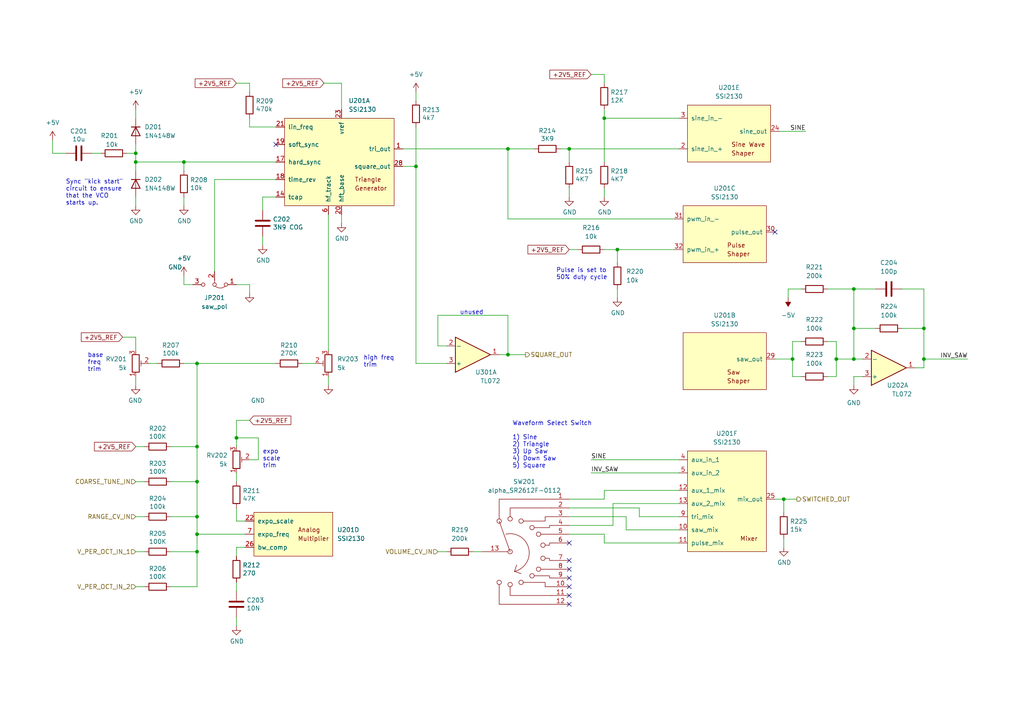
<source format=kicad_sch>
(kicad_sch (version 20211123) (generator eeschema)
  (paper "A4")
  (title_block (title "Josh Ox Ribbon Synth Mod Osc board") (date "2022-06-17") (rev "0") (comment 2 "creativecommons.org/licences/by/4.0") (comment 3 "license: CC by 4.0") (comment 4 "Author: Jordan Aceto"))
  (lib_symbols
    (symbol "Amplifier_Operational:TL072" (pin_names (offset 0.127))
      (property "Reference" "U" (at 0 5.08 0))
      (property "Value" "TL072" (at 0 -5.08 0))
      (symbol "TL072_1_1"
        (pin output line (at 7.62 0 180) (length 2.54) (name "~") (number "1"))
        (pin input line (at -7.62 -2.54 0) (length 2.54) (name "-") (number "2"))
        (pin input line (at -7.62 2.54 0) (length 2.54) (name "+") (number "3"))
      )
      (symbol "TL072_2_1"
        (pin input line (at -7.62 2.54 0) (length 2.54) (name "+") (number "5"))
        (pin input line (at -7.62 -2.54 0) (length 2.54) (name "-") (number "6"))
        (pin output line (at 7.62 0 180) (length 2.54) (name "~") (number "7"))
      )
      (symbol "TL072_3_1"
        (pin power_in line (at -2.54 -7.62 90) (length 3.81) (name "V-") (number "4"))
        (pin power_in line (at -2.54 7.62 270) (length 3.81) (name "V+") (number "8"))
      )
    )
    (symbol "Device:C" (pin_numbers hide) (pin_names (offset 0.254))
      (property "Reference" "C" (at 0.635 2.54 0))
      (property "Value" "C" (at 0.635 -2.54 0))
      (symbol "C_1_1"
        (pin passive line (at 0 3.81 270) (length 2.794) (name "~") (number "1"))
        (pin passive line (at 0 -3.81 90) (length 2.794) (name "~") (number "2"))
      )
    )
    (symbol "Device:R" (pin_numbers hide) (pin_names (offset 0))
      (property "Reference" "R" (at 2.032 0 90))
      (property "Value" "R" (at 0 0 90))
      (symbol "R_1_1"
        (pin passive line (at 0 3.81 270) (length 1.27) (name "~") (number "1"))
        (pin passive line (at 0 -3.81 90) (length 1.27) (name "~") (number "2"))
      )
    )
    (symbol "Device:R_Potentiometer_Trim" (pin_names (offset 1.016) hide)
      (property "Reference" "RV" (at -4.445 0 90))
      (property "Value" "R_Potentiometer_Trim" (at -2.54 0 90))
      (symbol "R_Potentiometer_Trim_1_1"
        (pin passive line (at 0 3.81 270) (length 1.27) (name "1") (number "1"))
        (pin passive line (at 3.81 0 180) (length 1.27) (name "2") (number "2"))
        (pin passive line (at 0 -3.81 90) (length 1.27) (name "3") (number "3"))
      )
    )
    (symbol "Diode:1N4148W" (pin_numbers hide) (pin_names (offset 1.016) hide)
      (property "Reference" "D" (at 0 2.54 0))
      (property "Value" "1N4148W" (at 0 -2.54 0))
      (symbol "1N4148W_1_1"
        (pin passive line (at -3.81 0 0) (length 2.54) (name "K") (number "1"))
        (pin passive line (at 3.81 0 180) (length 2.54) (name "A") (number "2"))
      )
    )
    (symbol "Jumper:Jumper_3_Bridged12" (pin_names (offset 0) hide)
      (property "Reference" "JP" (at -2.54 -2.54 0))
      (property "Value" "Jumper_3_Bridged12" (at 0 2.794 0))
      (symbol "Jumper_3_Bridged12_1_1"
        (pin passive line (at -6.35 0 0) (length 2.54) (name "A") (number "1"))
        (pin passive line (at 0 -3.81 90) (length 2.54) (name "C") (number "2"))
        (pin passive line (at 6.35 0 180) (length 2.54) (name "B") (number "3"))
      )
    )
    (symbol "SSI2130_1" (pin_names (offset 1.016))
      (property "Reference" "U1" (at 2.0194 16.51 0))
      (property "Value" "SSI2130_1" (at 2.0194 13.97 0))
      (symbol "SSI2130_1_1_0"
        (text "Generator" (at 3.81 -8.89 0) (effects (font (size 1.27 1.27)) (justify left)))
        (text "Triangle" (at 3.81 -6.35 0) (effects (font (size 1.27 1.27)) (justify left)))
      )
      (symbol "SSI2130_1_1_1"
        (pin output line (at 17.78 2.54 180) (length 2.54) (name "tri_out") (number "1"))
        (pin input line (at -19.05 -11.43 0) (length 2.54) (name "tcap") (number "14"))
        (pin input line (at -19.05 -1.27 0) (length 2.54) (name "hard_sync") (number "17"))
        (pin input line (at -19.05 -6.35 0) (length 2.54) (name "time_rev") (number "18"))
        (pin input line (at -19.05 3.81 0) (length 2.54) (name "soft_sync") (number "19"))
        (pin input line (at 0 -16.51 90) (length 2.54) (name "hft_base") (number "20"))
        (pin input line (at -19.05 8.89 0) (length 2.54) (name "lin_freq") (number "21"))
        (pin input line (at 0 13.97 270) (length 2.54) (name "vref") (number "23"))
        (pin output line (at 17.78 -2.54 180) (length 2.54) (name "square_out") (number "28"))
        (pin input line (at -3.81 -16.51 90) (length 2.54) (name "hf_track") (number "6"))
      )
      (symbol "SSI2130_1_2_1"
        (text "Saw" (at 1.27 -3.81 0) (effects (font (size 1.27 1.27)) (justify left)))
        (text "Shaper" (at 1.27 -6.35 0) (effects (font (size 1.27 1.27)) (justify left)))
        (pin output line (at 15.24 0 180) (length 2.54) (name "saw_out") (number "29"))
      )
      (symbol "SSI2130_1_3_1"
        (text "Pulse" (at 1.27 -3.81 0) (effects (font (size 1.27 1.27)) (justify left)))
        (text "Shaper" (at 1.27 -6.35 0) (effects (font (size 1.27 1.27)) (justify left)))
        (pin output line (at 15.24 0 180) (length 2.54) (name "pulse_out") (number "30"))
        (pin input line (at -13.97 3.81 0) (length 2.54) (name "pwm_in_-") (number "31"))
        (pin input line (at -13.97 -5.08 0) (length 2.54) (name "pwm_in_+") (number "32"))
      )
      (symbol "SSI2130_1_4_1"
        (text "Analog" (at 1.27 1.27 0) (effects (font (size 1.27 1.27)) (justify left)))
        (text "Multiplier" (at 1.27 -1.27 0) (effects (font (size 1.27 1.27)) (justify left)))
        (pin input line (at -13.97 3.81 0) (length 2.54) (name "expo_scale") (number "22"))
        (pin input line (at -13.97 -3.81 0) (length 2.54) (name "bw_comp") (number "26"))
        (pin input line (at -13.97 0 0) (length 2.54) (name "expo_freq") (number "7"))
      )
      (symbol "SSI2130_1_5_1"
        (text "Shaper" (at 1.27 -6.35 0) (effects (font (size 1.27 1.27)) (justify left)))
        (text "Sine Wave" (at 1.27 -3.81 0) (effects (font (size 1.27 1.27)) (justify left)))
        (pin input line (at -13.97 -5.08 0) (length 2.54) (name "sine_in_+") (number "2"))
        (pin output line (at 15.24 0 180) (length 2.54) (name "sine_out") (number "24"))
        (pin input line (at -13.97 3.81 0) (length 2.54) (name "sine_in_-") (number "3"))
      )
      (symbol "SSI2130_1_6_1"
        (text "Mixer" (at 3.81 -7.62 0) (effects (font (size 1.27 1.27)) (justify left)))
        (pin input line (at -13.97 -5.08 0) (length 2.54) (name "saw_mix") (number "10"))
        (pin input line (at -13.97 -8.89 0) (length 2.54) (name "pulse_mix") (number "11"))
        (pin input line (at -13.97 6.35 0) (length 2.54) (name "aux_1_mix") (number "12"))
        (pin input line (at -13.97 2.54 0) (length 2.54) (name "aux_2_mix") (number "13"))
        (pin output line (at 13.97 3.81 180) (length 2.54) (name "mix_out") (number "25"))
        (pin input line (at -13.97 15.24 0) (length 2.54) (name "aux_in_1") (number "4"))
        (pin input line (at -13.97 11.43 0) (length 2.54) (name "aux_in_2") (number "5"))
        (pin input line (at -13.97 -1.27 0) (length 2.54) (name "tri_mix") (number "9"))
      )
      (symbol "SSI2130_1_7_1"
        (text "Power" (at 1.27 0 0) (effects (font (size 1.27 1.27)) (justify left)))
        (pin power_in line (at -13.97 -1.27 0) (length 2.54) (name "dgnd") (number "15"))
        (pin power_in line (at -13.97 1.27 0) (length 2.54) (name "agnd") (number "16"))
        (pin power_in line (at -13.97 3.81 0) (length 2.54) (name "V+") (number "27"))
        (pin power_in line (at -13.97 -3.81 0) (length 2.54) (name "V-") (number "8"))
      )
    )
    (symbol "SSI2130_2" (pin_names (offset 1.016))
      (property "Reference" "U1" (at 2.0194 16.51 0))
      (property "Value" "SSI2130_2" (at 2.0194 13.97 0))
      (symbol "SSI2130_2_1_0"
        (text "Generator" (at 3.81 -8.89 0) (effects (font (size 1.27 1.27)) (justify left)))
        (text "Triangle" (at 3.81 -6.35 0) (effects (font (size 1.27 1.27)) (justify left)))
      )
      (symbol "SSI2130_2_1_1"
        (pin output line (at 17.78 2.54 180) (length 2.54) (name "tri_out") (number "1"))
        (pin input line (at -19.05 -11.43 0) (length 2.54) (name "tcap") (number "14"))
        (pin input line (at -19.05 -1.27 0) (length 2.54) (name "hard_sync") (number "17"))
        (pin input line (at -19.05 -6.35 0) (length 2.54) (name "time_rev") (number "18"))
        (pin input line (at -19.05 3.81 0) (length 2.54) (name "soft_sync") (number "19"))
        (pin input line (at 0 -16.51 90) (length 2.54) (name "hft_base") (number "20"))
        (pin input line (at -19.05 8.89 0) (length 2.54) (name "lin_freq") (number "21"))
        (pin input line (at 0 13.97 270) (length 2.54) (name "vref") (number "23"))
        (pin output line (at 17.78 -2.54 180) (length 2.54) (name "square_out") (number "28"))
        (pin input line (at -3.81 -16.51 90) (length 2.54) (name "hf_track") (number "6"))
      )
      (symbol "SSI2130_2_2_1"
        (text "Saw" (at 1.27 -3.81 0) (effects (font (size 1.27 1.27)) (justify left)))
        (text "Shaper" (at 1.27 -6.35 0) (effects (font (size 1.27 1.27)) (justify left)))
        (pin output line (at 15.24 0 180) (length 2.54) (name "saw_out") (number "29"))
      )
      (symbol "SSI2130_2_3_1"
        (text "Pulse" (at 1.27 -3.81 0) (effects (font (size 1.27 1.27)) (justify left)))
        (text "Shaper" (at 1.27 -6.35 0) (effects (font (size 1.27 1.27)) (justify left)))
        (pin output line (at 15.24 0 180) (length 2.54) (name "pulse_out") (number "30"))
        (pin input line (at -13.97 3.81 0) (length 2.54) (name "pwm_in_-") (number "31"))
        (pin input line (at -13.97 -5.08 0) (length 2.54) (name "pwm_in_+") (number "32"))
      )
      (symbol "SSI2130_2_4_1"
        (text "Analog" (at 1.27 1.27 0) (effects (font (size 1.27 1.27)) (justify left)))
        (text "Multiplier" (at 1.27 -1.27 0) (effects (font (size 1.27 1.27)) (justify left)))
        (pin input line (at -13.97 3.81 0) (length 2.54) (name "expo_scale") (number "22"))
        (pin input line (at -13.97 -3.81 0) (length 2.54) (name "bw_comp") (number "26"))
        (pin input line (at -13.97 0 0) (length 2.54) (name "expo_freq") (number "7"))
      )
      (symbol "SSI2130_2_5_1"
        (text "Shaper" (at 1.27 -6.35 0) (effects (font (size 1.27 1.27)) (justify left)))
        (text "Sine Wave" (at 1.27 -3.81 0) (effects (font (size 1.27 1.27)) (justify left)))
        (pin input line (at -13.97 -5.08 0) (length 2.54) (name "sine_in_+") (number "2"))
        (pin output line (at 15.24 0 180) (length 2.54) (name "sine_out") (number "24"))
        (pin input line (at -13.97 3.81 0) (length 2.54) (name "sine_in_-") (number "3"))
      )
      (symbol "SSI2130_2_6_1"
        (text "Mixer" (at 3.81 -7.62 0) (effects (font (size 1.27 1.27)) (justify left)))
        (pin input line (at -13.97 -5.08 0) (length 2.54) (name "saw_mix") (number "10"))
        (pin input line (at -13.97 -8.89 0) (length 2.54) (name "pulse_mix") (number "11"))
        (pin input line (at -13.97 6.35 0) (length 2.54) (name "aux_1_mix") (number "12"))
        (pin input line (at -13.97 2.54 0) (length 2.54) (name "aux_2_mix") (number "13"))
        (pin output line (at 13.97 3.81 180) (length 2.54) (name "mix_out") (number "25"))
        (pin input line (at -13.97 15.24 0) (length 2.54) (name "aux_in_1") (number "4"))
        (pin input line (at -13.97 11.43 0) (length 2.54) (name "aux_in_2") (number "5"))
        (pin input line (at -13.97 -1.27 0) (length 2.54) (name "tri_mix") (number "9"))
      )
      (symbol "SSI2130_2_7_1"
        (text "Power" (at 1.27 0 0) (effects (font (size 1.27 1.27)) (justify left)))
        (pin power_in line (at -13.97 -1.27 0) (length 2.54) (name "dgnd") (number "15"))
        (pin power_in line (at -13.97 1.27 0) (length 2.54) (name "agnd") (number "16"))
        (pin power_in line (at -13.97 3.81 0) (length 2.54) (name "V+") (number "27"))
        (pin power_in line (at -13.97 -3.81 0) (length 2.54) (name "V-") (number "8"))
      )
    )
    (symbol "SSI2130_3" (pin_names (offset 1.016))
      (property "Reference" "U1" (at 2.0194 16.51 0))
      (property "Value" "SSI2130_3" (at 2.0194 13.97 0))
      (symbol "SSI2130_3_1_0"
        (text "Generator" (at 3.81 -8.89 0) (effects (font (size 1.27 1.27)) (justify left)))
        (text "Triangle" (at 3.81 -6.35 0) (effects (font (size 1.27 1.27)) (justify left)))
      )
      (symbol "SSI2130_3_1_1"
        (pin output line (at 17.78 2.54 180) (length 2.54) (name "tri_out") (number "1"))
        (pin input line (at -19.05 -11.43 0) (length 2.54) (name "tcap") (number "14"))
        (pin input line (at -19.05 -1.27 0) (length 2.54) (name "hard_sync") (number "17"))
        (pin input line (at -19.05 -6.35 0) (length 2.54) (name "time_rev") (number "18"))
        (pin input line (at -19.05 3.81 0) (length 2.54) (name "soft_sync") (number "19"))
        (pin input line (at 0 -16.51 90) (length 2.54) (name "hft_base") (number "20"))
        (pin input line (at -19.05 8.89 0) (length 2.54) (name "lin_freq") (number "21"))
        (pin input line (at 0 13.97 270) (length 2.54) (name "vref") (number "23"))
        (pin output line (at 17.78 -2.54 180) (length 2.54) (name "square_out") (number "28"))
        (pin input line (at -3.81 -16.51 90) (length 2.54) (name "hf_track") (number "6"))
      )
      (symbol "SSI2130_3_2_1"
        (text "Saw" (at 1.27 -3.81 0) (effects (font (size 1.27 1.27)) (justify left)))
        (text "Shaper" (at 1.27 -6.35 0) (effects (font (size 1.27 1.27)) (justify left)))
        (pin output line (at 15.24 0 180) (length 2.54) (name "saw_out") (number "29"))
      )
      (symbol "SSI2130_3_3_1"
        (text "Pulse" (at 1.27 -3.81 0) (effects (font (size 1.27 1.27)) (justify left)))
        (text "Shaper" (at 1.27 -6.35 0) (effects (font (size 1.27 1.27)) (justify left)))
        (pin output line (at 15.24 0 180) (length 2.54) (name "pulse_out") (number "30"))
        (pin input line (at -13.97 3.81 0) (length 2.54) (name "pwm_in_-") (number "31"))
        (pin input line (at -13.97 -5.08 0) (length 2.54) (name "pwm_in_+") (number "32"))
      )
      (symbol "SSI2130_3_4_1"
        (text "Analog" (at 1.27 1.27 0) (effects (font (size 1.27 1.27)) (justify left)))
        (text "Multiplier" (at 1.27 -1.27 0) (effects (font (size 1.27 1.27)) (justify left)))
        (pin input line (at -13.97 3.81 0) (length 2.54) (name "expo_scale") (number "22"))
        (pin input line (at -13.97 -3.81 0) (length 2.54) (name "bw_comp") (number "26"))
        (pin input line (at -13.97 0 0) (length 2.54) (name "expo_freq") (number "7"))
      )
      (symbol "SSI2130_3_5_1"
        (text "Shaper" (at 1.27 -6.35 0) (effects (font (size 1.27 1.27)) (justify left)))
        (text "Sine Wave" (at 1.27 -3.81 0) (effects (font (size 1.27 1.27)) (justify left)))
        (pin input line (at -13.97 -5.08 0) (length 2.54) (name "sine_in_+") (number "2"))
        (pin output line (at 15.24 0 180) (length 2.54) (name "sine_out") (number "24"))
        (pin input line (at -13.97 3.81 0) (length 2.54) (name "sine_in_-") (number "3"))
      )
      (symbol "SSI2130_3_6_1"
        (text "Mixer" (at 3.81 -7.62 0) (effects (font (size 1.27 1.27)) (justify left)))
        (pin input line (at -13.97 -5.08 0) (length 2.54) (name "saw_mix") (number "10"))
        (pin input line (at -13.97 -8.89 0) (length 2.54) (name "pulse_mix") (number "11"))
        (pin input line (at -13.97 6.35 0) (length 2.54) (name "aux_1_mix") (number "12"))
        (pin input line (at -13.97 2.54 0) (length 2.54) (name "aux_2_mix") (number "13"))
        (pin output line (at 13.97 3.81 180) (length 2.54) (name "mix_out") (number "25"))
        (pin input line (at -13.97 15.24 0) (length 2.54) (name "aux_in_1") (number "4"))
        (pin input line (at -13.97 11.43 0) (length 2.54) (name "aux_in_2") (number "5"))
        (pin input line (at -13.97 -1.27 0) (length 2.54) (name "tri_mix") (number "9"))
      )
      (symbol "SSI2130_3_7_1"
        (text "Power" (at 1.27 0 0) (effects (font (size 1.27 1.27)) (justify left)))
        (pin power_in line (at -13.97 -1.27 0) (length 2.54) (name "dgnd") (number "15"))
        (pin power_in line (at -13.97 1.27 0) (length 2.54) (name "agnd") (number "16"))
        (pin power_in line (at -13.97 3.81 0) (length 2.54) (name "V+") (number "27"))
        (pin power_in line (at -13.97 -3.81 0) (length 2.54) (name "V-") (number "8"))
      )
    )
    (symbol "SSI2130_4" (pin_names (offset 1.016))
      (property "Reference" "U1" (at 2.0194 16.51 0))
      (property "Value" "SSI2130_4" (at 2.0194 13.97 0))
      (symbol "SSI2130_4_1_0"
        (text "Generator" (at 3.81 -8.89 0) (effects (font (size 1.27 1.27)) (justify left)))
        (text "Triangle" (at 3.81 -6.35 0) (effects (font (size 1.27 1.27)) (justify left)))
      )
      (symbol "SSI2130_4_1_1"
        (pin output line (at 17.78 2.54 180) (length 2.54) (name "tri_out") (number "1"))
        (pin input line (at -19.05 -11.43 0) (length 2.54) (name "tcap") (number "14"))
        (pin input line (at -19.05 -1.27 0) (length 2.54) (name "hard_sync") (number "17"))
        (pin input line (at -19.05 -6.35 0) (length 2.54) (name "time_rev") (number "18"))
        (pin input line (at -19.05 3.81 0) (length 2.54) (name "soft_sync") (number "19"))
        (pin input line (at 0 -16.51 90) (length 2.54) (name "hft_base") (number "20"))
        (pin input line (at -19.05 8.89 0) (length 2.54) (name "lin_freq") (number "21"))
        (pin input line (at 0 13.97 270) (length 2.54) (name "vref") (number "23"))
        (pin output line (at 17.78 -2.54 180) (length 2.54) (name "square_out") (number "28"))
        (pin input line (at -3.81 -16.51 90) (length 2.54) (name "hf_track") (number "6"))
      )
      (symbol "SSI2130_4_2_1"
        (text "Saw" (at 1.27 -3.81 0) (effects (font (size 1.27 1.27)) (justify left)))
        (text "Shaper" (at 1.27 -6.35 0) (effects (font (size 1.27 1.27)) (justify left)))
        (pin output line (at 15.24 0 180) (length 2.54) (name "saw_out") (number "29"))
      )
      (symbol "SSI2130_4_3_1"
        (text "Pulse" (at 1.27 -3.81 0) (effects (font (size 1.27 1.27)) (justify left)))
        (text "Shaper" (at 1.27 -6.35 0) (effects (font (size 1.27 1.27)) (justify left)))
        (pin output line (at 15.24 0 180) (length 2.54) (name "pulse_out") (number "30"))
        (pin input line (at -13.97 3.81 0) (length 2.54) (name "pwm_in_-") (number "31"))
        (pin input line (at -13.97 -5.08 0) (length 2.54) (name "pwm_in_+") (number "32"))
      )
      (symbol "SSI2130_4_4_1"
        (text "Analog" (at 1.27 1.27 0) (effects (font (size 1.27 1.27)) (justify left)))
        (text "Multiplier" (at 1.27 -1.27 0) (effects (font (size 1.27 1.27)) (justify left)))
        (pin input line (at -13.97 3.81 0) (length 2.54) (name "expo_scale") (number "22"))
        (pin input line (at -13.97 -3.81 0) (length 2.54) (name "bw_comp") (number "26"))
        (pin input line (at -13.97 0 0) (length 2.54) (name "expo_freq") (number "7"))
      )
      (symbol "SSI2130_4_5_1"
        (text "Shaper" (at 1.27 -6.35 0) (effects (font (size 1.27 1.27)) (justify left)))
        (text "Sine Wave" (at 1.27 -3.81 0) (effects (font (size 1.27 1.27)) (justify left)))
        (pin input line (at -13.97 -5.08 0) (length 2.54) (name "sine_in_+") (number "2"))
        (pin output line (at 15.24 0 180) (length 2.54) (name "sine_out") (number "24"))
        (pin input line (at -13.97 3.81 0) (length 2.54) (name "sine_in_-") (number "3"))
      )
      (symbol "SSI2130_4_6_1"
        (text "Mixer" (at 3.81 -7.62 0) (effects (font (size 1.27 1.27)) (justify left)))
        (pin input line (at -13.97 -5.08 0) (length 2.54) (name "saw_mix") (number "10"))
        (pin input line (at -13.97 -8.89 0) (length 2.54) (name "pulse_mix") (number "11"))
        (pin input line (at -13.97 6.35 0) (length 2.54) (name "aux_1_mix") (number "12"))
        (pin input line (at -13.97 2.54 0) (length 2.54) (name "aux_2_mix") (number "13"))
        (pin output line (at 13.97 3.81 180) (length 2.54) (name "mix_out") (number "25"))
        (pin input line (at -13.97 15.24 0) (length 2.54) (name "aux_in_1") (number "4"))
        (pin input line (at -13.97 11.43 0) (length 2.54) (name "aux_in_2") (number "5"))
        (pin input line (at -13.97 -1.27 0) (length 2.54) (name "tri_mix") (number "9"))
      )
      (symbol "SSI2130_4_7_1"
        (text "Power" (at 1.27 0 0) (effects (font (size 1.27 1.27)) (justify left)))
        (pin power_in line (at -13.97 -1.27 0) (length 2.54) (name "dgnd") (number "15"))
        (pin power_in line (at -13.97 1.27 0) (length 2.54) (name "agnd") (number "16"))
        (pin power_in line (at -13.97 3.81 0) (length 2.54) (name "V+") (number "27"))
        (pin power_in line (at -13.97 -3.81 0) (length 2.54) (name "V-") (number "8"))
      )
    )
    (symbol "SSI2130_5" (pin_names (offset 1.016))
      (property "Reference" "U1" (at 2.0194 16.51 0))
      (property "Value" "SSI2130_5" (at 2.0194 13.97 0))
      (symbol "SSI2130_5_1_0"
        (text "Generator" (at 3.81 -8.89 0) (effects (font (size 1.27 1.27)) (justify left)))
        (text "Triangle" (at 3.81 -6.35 0) (effects (font (size 1.27 1.27)) (justify left)))
      )
      (symbol "SSI2130_5_1_1"
        (pin output line (at 17.78 2.54 180) (length 2.54) (name "tri_out") (number "1"))
        (pin input line (at -19.05 -11.43 0) (length 2.54) (name "tcap") (number "14"))
        (pin input line (at -19.05 -1.27 0) (length 2.54) (name "hard_sync") (number "17"))
        (pin input line (at -19.05 -6.35 0) (length 2.54) (name "time_rev") (number "18"))
        (pin input line (at -19.05 3.81 0) (length 2.54) (name "soft_sync") (number "19"))
        (pin input line (at 0 -16.51 90) (length 2.54) (name "hft_base") (number "20"))
        (pin input line (at -19.05 8.89 0) (length 2.54) (name "lin_freq") (number "21"))
        (pin input line (at 0 13.97 270) (length 2.54) (name "vref") (number "23"))
        (pin output line (at 17.78 -2.54 180) (length 2.54) (name "square_out") (number "28"))
        (pin input line (at -3.81 -16.51 90) (length 2.54) (name "hf_track") (number "6"))
      )
      (symbol "SSI2130_5_2_1"
        (text "Saw" (at 1.27 -3.81 0) (effects (font (size 1.27 1.27)) (justify left)))
        (text "Shaper" (at 1.27 -6.35 0) (effects (font (size 1.27 1.27)) (justify left)))
        (pin output line (at 15.24 0 180) (length 2.54) (name "saw_out") (number "29"))
      )
      (symbol "SSI2130_5_3_1"
        (text "Pulse" (at 1.27 -3.81 0) (effects (font (size 1.27 1.27)) (justify left)))
        (text "Shaper" (at 1.27 -6.35 0) (effects (font (size 1.27 1.27)) (justify left)))
        (pin output line (at 15.24 0 180) (length 2.54) (name "pulse_out") (number "30"))
        (pin input line (at -13.97 3.81 0) (length 2.54) (name "pwm_in_-") (number "31"))
        (pin input line (at -13.97 -5.08 0) (length 2.54) (name "pwm_in_+") (number "32"))
      )
      (symbol "SSI2130_5_4_1"
        (text "Analog" (at 1.27 1.27 0) (effects (font (size 1.27 1.27)) (justify left)))
        (text "Multiplier" (at 1.27 -1.27 0) (effects (font (size 1.27 1.27)) (justify left)))
        (pin input line (at -13.97 3.81 0) (length 2.54) (name "expo_scale") (number "22"))
        (pin input line (at -13.97 -3.81 0) (length 2.54) (name "bw_comp") (number "26"))
        (pin input line (at -13.97 0 0) (length 2.54) (name "expo_freq") (number "7"))
      )
      (symbol "SSI2130_5_5_1"
        (text "Shaper" (at 1.27 -6.35 0) (effects (font (size 1.27 1.27)) (justify left)))
        (text "Sine Wave" (at 1.27 -3.81 0) (effects (font (size 1.27 1.27)) (justify left)))
        (pin input line (at -13.97 -5.08 0) (length 2.54) (name "sine_in_+") (number "2"))
        (pin output line (at 15.24 0 180) (length 2.54) (name "sine_out") (number "24"))
        (pin input line (at -13.97 3.81 0) (length 2.54) (name "sine_in_-") (number "3"))
      )
      (symbol "SSI2130_5_6_1"
        (text "Mixer" (at 3.81 -7.62 0) (effects (font (size 1.27 1.27)) (justify left)))
        (pin input line (at -13.97 -5.08 0) (length 2.54) (name "saw_mix") (number "10"))
        (pin input line (at -13.97 -8.89 0) (length 2.54) (name "pulse_mix") (number "11"))
        (pin input line (at -13.97 6.35 0) (length 2.54) (name "aux_1_mix") (number "12"))
        (pin input line (at -13.97 2.54 0) (length 2.54) (name "aux_2_mix") (number "13"))
        (pin output line (at 13.97 3.81 180) (length 2.54) (name "mix_out") (number "25"))
        (pin input line (at -13.97 15.24 0) (length 2.54) (name "aux_in_1") (number "4"))
        (pin input line (at -13.97 11.43 0) (length 2.54) (name "aux_in_2") (number "5"))
        (pin input line (at -13.97 -1.27 0) (length 2.54) (name "tri_mix") (number "9"))
      )
      (symbol "SSI2130_5_7_1"
        (text "Power" (at 1.27 0 0) (effects (font (size 1.27 1.27)) (justify left)))
        (pin power_in line (at -13.97 -1.27 0) (length 2.54) (name "dgnd") (number "15"))
        (pin power_in line (at -13.97 1.27 0) (length 2.54) (name "agnd") (number "16"))
        (pin power_in line (at -13.97 3.81 0) (length 2.54) (name "V+") (number "27"))
        (pin power_in line (at -13.97 -3.81 0) (length 2.54) (name "V-") (number "8"))
      )
    )
    (symbol "custom_symbols:SSI2130" (pin_names (offset 1.016))
      (property "Reference" "U1" (at 2.0194 16.51 0))
      (property "Value" "SSI2130" (at 2.0194 13.97 0))
      (symbol "SSI2130_1_0"
        (text "Generator" (at 3.81 -8.89 0) (effects (font (size 1.27 1.27)) (justify left)))
        (text "Triangle" (at 3.81 -6.35 0) (effects (font (size 1.27 1.27)) (justify left)))
      )
      (symbol "SSI2130_1_1"
        (pin output line (at 17.78 2.54 180) (length 2.54) (name "tri_out") (number "1"))
        (pin input line (at -19.05 -11.43 0) (length 2.54) (name "tcap") (number "14"))
        (pin input line (at -19.05 -1.27 0) (length 2.54) (name "hard_sync") (number "17"))
        (pin input line (at -19.05 -6.35 0) (length 2.54) (name "time_rev") (number "18"))
        (pin input line (at -19.05 3.81 0) (length 2.54) (name "soft_sync") (number "19"))
        (pin input line (at 0 -16.51 90) (length 2.54) (name "hft_base") (number "20"))
        (pin input line (at -19.05 8.89 0) (length 2.54) (name "lin_freq") (number "21"))
        (pin input line (at 0 13.97 270) (length 2.54) (name "vref") (number "23"))
        (pin output line (at 17.78 -2.54 180) (length 2.54) (name "square_out") (number "28"))
        (pin input line (at -3.81 -16.51 90) (length 2.54) (name "hf_track") (number "6"))
      )
      (symbol "SSI2130_2_1"
        (text "Saw" (at 1.27 -3.81 0) (effects (font (size 1.27 1.27)) (justify left)))
        (text "Shaper" (at 1.27 -6.35 0) (effects (font (size 1.27 1.27)) (justify left)))
        (pin output line (at 15.24 0 180) (length 2.54) (name "saw_out") (number "29"))
      )
      (symbol "SSI2130_3_1"
        (text "Pulse" (at 1.27 -3.81 0) (effects (font (size 1.27 1.27)) (justify left)))
        (text "Shaper" (at 1.27 -6.35 0) (effects (font (size 1.27 1.27)) (justify left)))
        (pin output line (at 15.24 0 180) (length 2.54) (name "pulse_out") (number "30"))
        (pin input line (at -13.97 3.81 0) (length 2.54) (name "pwm_in_-") (number "31"))
        (pin input line (at -13.97 -5.08 0) (length 2.54) (name "pwm_in_+") (number "32"))
      )
      (symbol "SSI2130_4_1"
        (text "Analog" (at 1.27 1.27 0) (effects (font (size 1.27 1.27)) (justify left)))
        (text "Multiplier" (at 1.27 -1.27 0) (effects (font (size 1.27 1.27)) (justify left)))
        (pin input line (at -13.97 3.81 0) (length 2.54) (name "expo_scale") (number "22"))
        (pin input line (at -13.97 -3.81 0) (length 2.54) (name "bw_comp") (number "26"))
        (pin input line (at -13.97 0 0) (length 2.54) (name "expo_freq") (number "7"))
      )
      (symbol "SSI2130_5_1"
        (text "Shaper" (at 1.27 -6.35 0) (effects (font (size 1.27 1.27)) (justify left)))
        (text "Sine Wave" (at 1.27 -3.81 0) (effects (font (size 1.27 1.27)) (justify left)))
        (pin input line (at -13.97 -5.08 0) (length 2.54) (name "sine_in_+") (number "2"))
        (pin output line (at 15.24 0 180) (length 2.54) (name "sine_out") (number "24"))
        (pin input line (at -13.97 3.81 0) (length 2.54) (name "sine_in_-") (number "3"))
      )
      (symbol "SSI2130_6_1"
        (text "Mixer" (at 3.81 -7.62 0) (effects (font (size 1.27 1.27)) (justify left)))
        (pin input line (at -13.97 -5.08 0) (length 2.54) (name "saw_mix") (number "10"))
        (pin input line (at -13.97 -8.89 0) (length 2.54) (name "pulse_mix") (number "11"))
        (pin input line (at -13.97 6.35 0) (length 2.54) (name "aux_1_mix") (number "12"))
        (pin input line (at -13.97 2.54 0) (length 2.54) (name "aux_2_mix") (number "13"))
        (pin output line (at 13.97 3.81 180) (length 2.54) (name "mix_out") (number "25"))
        (pin input line (at -13.97 15.24 0) (length 2.54) (name "aux_in_1") (number "4"))
        (pin input line (at -13.97 11.43 0) (length 2.54) (name "aux_in_2") (number "5"))
        (pin input line (at -13.97 -1.27 0) (length 2.54) (name "tri_mix") (number "9"))
      )
      (symbol "SSI2130_7_1"
        (text "Power" (at 1.27 0 0) (effects (font (size 1.27 1.27)) (justify left)))
        (pin power_in line (at -13.97 -1.27 0) (length 2.54) (name "dgnd") (number "15"))
        (pin power_in line (at -13.97 1.27 0) (length 2.54) (name "agnd") (number "16"))
        (pin power_in line (at -13.97 3.81 0) (length 2.54) (name "V+") (number "27"))
        (pin power_in line (at -13.97 -3.81 0) (length 2.54) (name "V-") (number "8"))
      )
    )
    (symbol "custom_symbols:alpha_SR2612F-0112" (pin_names (offset 1.016) hide)
      (property "Reference" "SW1" (at 2.54 19.8374 0))
      (property "Value" "alpha_SR2612F-0112" (at 2.54 17.526 0))
      (symbol "alpha_SR2612F-0112_0_1"
        (pin passive line (at 10.16 15.24 180) (length 5.08) (name "1") (number "1"))
        (pin passive line (at 10.16 -10.16 180) (length 5.08) (name "10") (number "10"))
        (pin passive line (at 10.16 -12.7 180) (length 5.08) (name "11") (number "11"))
        (pin passive line (at 10.16 -15.24 180) (length 5.08) (name "12") (number "12"))
        (pin passive line (at -15.24 0 0) (length 7.62) (name "13") (number "13"))
        (pin passive line (at 10.16 12.7 180) (length 5.08) (name "2") (number "2"))
        (pin passive line (at 10.16 10.16 180) (length 5.08) (name "3") (number "3"))
        (pin passive line (at 10.16 7.62 180) (length 5.08) (name "4") (number "4"))
        (pin passive line (at 10.16 5.08 180) (length 5.08) (name "5") (number "5"))
        (pin passive line (at 10.16 2.54 180) (length 5.08) (name "6") (number "6"))
        (pin passive line (at 10.16 -2.54 180) (length 5.08) (name "7") (number "7"))
        (pin passive line (at 10.16 -5.08 180) (length 5.08) (name "8") (number "8"))
        (pin passive line (at 10.16 -7.62 180) (length 5.08) (name "9") (number "9"))
      )
    )
    (symbol "power:+5V" (power) (pin_names (offset 0))
      (property "Value" "+5V" (at 0 3.556 0))
      (symbol "+5V_1_1"
        (pin power_in line (at 0 0 90) (length 0) hide (name "+5V") (number "1"))
      )
    )
    (symbol "power:-5V" (power) (pin_names (offset 0))
      (property "Value" "-5V" (at 0 3.81 0))
      (symbol "-5V_0_0"
        (pin power_in line (at 0 0 90) (length 0) hide (name "-5V") (number "1"))
      )
    )
    (symbol "power:GND" (power) (pin_names (offset 0))
      (property "Value" "GND" (at 0 -3.81 0))
      (symbol "GND_1_1"
        (pin power_in line (at 0 0 270) (length 0) hide (name "GND") (number "1"))
      )
    )
  )
  (junction (at 247.65 104.14))
  (junction (at 229.87 104.14))
  (junction (at 165.1 43.18))
  (junction (at 57.15 154.94))
  (junction (at 147.32 102.87))
  (junction (at 57.15 139.7))
  (junction (at 179.07 72.39))
  (junction (at 39.37 44.45))
  (junction (at 57.15 105.41))
  (junction (at 57.15 160.02))
  (junction (at 227.33 144.78))
  (junction (at 68.58 127))
  (junction (at 242.57 104.14))
  (junction (at 120.65 48.26))
  (junction (at 57.15 149.86))
  (junction (at 267.97 104.14))
  (junction (at 53.34 46.99))
  (junction (at 147.32 43.18))
  (junction (at 267.97 95.25))
  (junction (at 175.26 34.29))
  (junction (at 247.65 95.25))
  (junction (at 57.15 129.54))
  (junction (at 247.65 83.82))
  (junction (at 39.37 46.99))
  (no_connect (at 165.1 170.18))
  (no_connect (at 165.1 172.72))
  (no_connect (at 165.1 175.26))
  (no_connect (at 165.1 167.64))
  (no_connect (at 165.1 157.48))
  (no_connect (at 165.1 162.56))
  (no_connect (at 165.1 165.1))
  (no_connect (at 80.01 41.91))
  (no_connect (at 224.79 67.31))
  (wire (pts (xy 175.26 34.29) (xy 175.26 31.75)))
  (wire (pts (xy 196.85 142.24) (xy 175.26 142.24)))
  (wire (pts (xy 224.79 104.14) (xy 229.87 104.14)))
  (wire (pts (xy 116.84 43.18) (xy 147.32 43.18)))
  (wire (pts (xy 95.25 111.76) (xy 95.25 109.22)))
  (wire (pts (xy 224.79 144.78) (xy 227.33 144.78)))
  (wire (pts (xy 35.56 97.79) (xy 39.37 97.79)))
  (wire (pts (xy 165.1 46.99) (xy 165.1 43.18)))
  (wire (pts (xy 226.06 38.1) (xy 233.68 38.1)))
  (wire (pts (xy 68.58 171.45) (xy 68.58 168.91)))
  (wire (pts (xy 74.93 127) (xy 68.58 127)))
  (wire (pts (xy 57.15 129.54) (xy 57.15 139.7)))
  (wire (pts (xy 76.2 60.96) (xy 76.2 57.15)))
  (wire (pts (xy 49.53 170.18) (xy 57.15 170.18)))
  (wire (pts (xy 228.6 83.82) (xy 228.6 86.36)))
  (wire (pts (xy 95.25 62.23) (xy 95.25 101.6)))
  (wire (pts (xy 171.45 21.59) (xy 175.26 21.59)))
  (wire (pts (xy 39.37 31.75) (xy 39.37 34.29)))
  (wire (pts (xy 127 160.02) (xy 129.54 160.02)))
  (wire (pts (xy 162.56 43.18) (xy 165.1 43.18)))
  (wire (pts (xy 72.39 121.92) (xy 68.58 121.92)))
  (wire (pts (xy 116.84 48.26) (xy 120.65 48.26)))
  (wire (pts (xy 242.57 99.06) (xy 242.57 104.14)))
  (wire (pts (xy 179.07 83.82) (xy 179.07 86.36)))
  (wire (pts (xy 53.34 46.99) (xy 53.34 49.53)))
  (wire (pts (xy 227.33 156.21) (xy 227.33 158.75)))
  (wire (pts (xy 147.32 91.44) (xy 127 91.44)))
  (wire (pts (xy 39.37 46.99) (xy 39.37 49.53)))
  (wire (pts (xy 144.78 102.87) (xy 147.32 102.87)))
  (wire (pts (xy 57.15 139.7) (xy 57.15 149.86)))
  (wire (pts (xy 267.97 104.14) (xy 267.97 106.68)))
  (wire (pts (xy 267.97 106.68) (xy 265.43 106.68)))
  (wire (pts (xy 91.44 105.41) (xy 87.63 105.41)))
  (wire (pts (xy 196.85 149.86) (xy 185.42 149.86)))
  (wire (pts (xy 74.93 133.35) (xy 74.93 127)))
  (wire (pts (xy 242.57 104.14) (xy 247.65 104.14)))
  (wire (pts (xy 57.15 160.02) (xy 57.15 154.94)))
  (wire (pts (xy 229.87 109.22) (xy 229.87 104.14)))
  (wire (pts (xy 247.65 83.82) (xy 247.65 95.25)))
  (wire (pts (xy 19.05 44.45) (xy 15.24 44.45)))
  (wire (pts (xy 147.32 102.87) (xy 152.4 102.87)))
  (wire (pts (xy 120.65 29.21) (xy 120.65 26.67)))
  (wire (pts (xy 72.39 36.83) (xy 72.39 34.29)))
  (wire (pts (xy 171.45 137.16) (xy 196.85 137.16)))
  (wire (pts (xy 68.58 147.32) (xy 68.58 151.13)))
  (wire (pts (xy 57.15 105.41) (xy 57.15 129.54)))
  (wire (pts (xy 175.26 72.39) (xy 179.07 72.39)))
  (wire (pts (xy 261.62 95.25) (xy 267.97 95.25)))
  (wire (pts (xy 57.15 139.7) (xy 49.53 139.7)))
  (wire (pts (xy 39.37 59.69) (xy 39.37 57.15)))
  (wire (pts (xy 15.24 44.45) (xy 15.24 40.64)))
  (wire (pts (xy 72.39 133.35) (xy 74.93 133.35)))
  (wire (pts (xy 99.06 24.13) (xy 93.98 24.13)))
  (wire (pts (xy 120.65 105.41) (xy 129.54 105.41)))
  (wire (pts (xy 185.42 147.32) (xy 165.1 147.32)))
  (wire (pts (xy 242.57 109.22) (xy 240.03 109.22)))
  (wire (pts (xy 129.54 100.33) (xy 127 100.33)))
  (wire (pts (xy 68.58 121.92) (xy 68.58 127)))
  (wire (pts (xy 247.65 104.14) (xy 247.65 95.25)))
  (wire (pts (xy 39.37 129.54) (xy 41.91 129.54)))
  (wire (pts (xy 53.34 105.41) (xy 57.15 105.41)))
  (wire (pts (xy 62.23 78.74) (xy 62.23 52.07)))
  (wire (pts (xy 36.83 44.45) (xy 39.37 44.45)))
  (wire (pts (xy 72.39 26.67) (xy 72.39 24.13)))
  (wire (pts (xy 120.65 48.26) (xy 120.65 105.41)))
  (wire (pts (xy 57.15 105.41) (xy 80.01 105.41)))
  (wire (pts (xy 39.37 149.86) (xy 41.91 149.86)))
  (wire (pts (xy 68.58 82.55) (xy 72.39 82.55)))
  (wire (pts (xy 229.87 104.14) (xy 229.87 99.06)))
  (wire (pts (xy 76.2 57.15) (xy 80.01 57.15)))
  (wire (pts (xy 175.26 144.78) (xy 165.1 144.78)))
  (wire (pts (xy 53.34 46.99) (xy 80.01 46.99)))
  (wire (pts (xy 57.15 149.86) (xy 49.53 149.86)))
  (wire (pts (xy 267.97 95.25) (xy 267.97 104.14)))
  (wire (pts (xy 68.58 161.29) (xy 68.58 158.75)))
  (wire (pts (xy 267.97 95.25) (xy 267.97 83.82)))
  (wire (pts (xy 71.12 154.94) (xy 57.15 154.94)))
  (wire (pts (xy 53.34 82.55) (xy 55.88 82.55)))
  (wire (pts (xy 165.1 54.61) (xy 165.1 57.15)))
  (wire (pts (xy 39.37 41.91) (xy 39.37 44.45)))
  (wire (pts (xy 39.37 44.45) (xy 39.37 46.99)))
  (wire (pts (xy 53.34 80.01) (xy 53.34 82.55)))
  (wire (pts (xy 165.1 72.39) (xy 167.64 72.39)))
  (wire (pts (xy 57.15 129.54) (xy 49.53 129.54)))
  (wire (pts (xy 127 100.33) (xy 127 91.44)))
  (wire (pts (xy 171.45 133.35) (xy 196.85 133.35)))
  (wire (pts (xy 177.8 152.4) (xy 177.8 146.05)))
  (wire (pts (xy 68.58 127) (xy 68.58 129.54)))
  (wire (pts (xy 177.8 146.05) (xy 196.85 146.05)))
  (wire (pts (xy 76.2 71.12) (xy 76.2 68.58)))
  (wire (pts (xy 39.37 46.99) (xy 53.34 46.99)))
  (wire (pts (xy 181.61 149.86) (xy 181.61 153.67)))
  (wire (pts (xy 72.39 85.09) (xy 72.39 82.55)))
  (wire (pts (xy 175.26 154.94) (xy 165.1 154.94)))
  (wire (pts (xy 68.58 24.13) (xy 72.39 24.13)))
  (wire (pts (xy 137.16 160.02) (xy 139.7 160.02)))
  (wire (pts (xy 185.42 149.86) (xy 185.42 147.32)))
  (wire (pts (xy 247.65 109.22) (xy 250.19 109.22)))
  (wire (pts (xy 229.87 99.06) (xy 232.41 99.06)))
  (wire (pts (xy 195.58 63.5) (xy 147.32 63.5)))
  (wire (pts (xy 72.39 36.83) (xy 80.01 36.83)))
  (wire (pts (xy 165.1 149.86) (xy 181.61 149.86)))
  (wire (pts (xy 196.85 157.48) (xy 175.26 157.48)))
  (wire (pts (xy 179.07 72.39) (xy 179.07 76.2)))
  (wire (pts (xy 179.07 72.39) (xy 195.58 72.39)))
  (wire (pts (xy 43.18 105.41) (xy 45.72 105.41)))
  (wire (pts (xy 39.37 160.02) (xy 41.91 160.02)))
  (wire (pts (xy 53.34 59.69) (xy 53.34 57.15)))
  (wire (pts (xy 247.65 95.25) (xy 254 95.25)))
  (wire (pts (xy 29.21 44.45) (xy 26.67 44.45)))
  (wire (pts (xy 68.58 158.75) (xy 71.12 158.75)))
  (wire (pts (xy 181.61 153.67) (xy 196.85 153.67)))
  (wire (pts (xy 267.97 83.82) (xy 261.62 83.82)))
  (wire (pts (xy 68.58 139.7) (xy 68.58 137.16)))
  (wire (pts (xy 228.6 83.82) (xy 232.41 83.82)))
  (wire (pts (xy 242.57 104.14) (xy 242.57 109.22)))
  (wire (pts (xy 39.37 139.7) (xy 41.91 139.7)))
  (wire (pts (xy 240.03 99.06) (xy 242.57 99.06)))
  (wire (pts (xy 99.06 64.77) (xy 99.06 62.23)))
  (wire (pts (xy 175.26 157.48) (xy 175.26 154.94)))
  (wire (pts (xy 120.65 36.83) (xy 120.65 48.26)))
  (wire (pts (xy 240.03 83.82) (xy 247.65 83.82)))
  (wire (pts (xy 175.26 46.99) (xy 175.26 34.29)))
  (wire (pts (xy 165.1 43.18) (xy 196.85 43.18)))
  (wire (pts (xy 62.23 52.07) (xy 80.01 52.07)))
  (wire (pts (xy 250.19 104.14) (xy 247.65 104.14)))
  (wire (pts (xy 147.32 43.18) (xy 154.94 43.18)))
  (wire (pts (xy 39.37 170.18) (xy 41.91 170.18)))
  (wire (pts (xy 247.65 111.76) (xy 247.65 109.22)))
  (wire (pts (xy 227.33 148.59) (xy 227.33 144.78)))
  (wire (pts (xy 57.15 154.94) (xy 57.15 149.86)))
  (wire (pts (xy 254 83.82) (xy 247.65 83.82)))
  (wire (pts (xy 99.06 24.13) (xy 99.06 31.75)))
  (wire (pts (xy 49.53 160.02) (xy 57.15 160.02)))
  (wire (pts (xy 227.33 144.78) (xy 231.14 144.78)))
  (wire (pts (xy 57.15 170.18) (xy 57.15 160.02)))
  (wire (pts (xy 165.1 152.4) (xy 177.8 152.4)))
  (wire (pts (xy 39.37 97.79) (xy 39.37 101.6)))
  (wire (pts (xy 175.26 54.61) (xy 175.26 57.15)))
  (wire (pts (xy 71.12 151.13) (xy 68.58 151.13)))
  (wire (pts (xy 280.67 104.14) (xy 267.97 104.14)))
  (wire (pts (xy 147.32 63.5) (xy 147.32 43.18)))
  (wire (pts (xy 232.41 109.22) (xy 229.87 109.22)))
  (wire (pts (xy 175.26 142.24) (xy 175.26 144.78)))
  (wire (pts (xy 39.37 111.76) (xy 39.37 109.22)))
  (wire (pts (xy 68.58 181.61) (xy 68.58 179.07)))
  (wire (pts (xy 147.32 102.87) (xy 147.32 91.44)))
  (wire (pts (xy 175.26 24.13) (xy 175.26 21.59)))
  (wire (pts (xy 196.85 34.29) (xy 175.26 34.29)))
  (text "Waveform Select Switch\n\n1) Sine\n2) Triangle\n3) Up Saw\n4) Down Saw\n5) Square" (at 148.59 135.89 0) (effects (font (size 1.27 1.27)) (justify left bottom)))
  (text "high freq\ntrim" (at 105.41 106.68 0) (effects (font (size 1.27 1.27)) (justify left bottom)))
  (text "unused" (at 133.35 91.44 0) (effects (font (size 1.27 1.27)) (justify left bottom)))
  (text "Pulse is set to\n50% duty cycle" (at 161.29 81.28 0) (effects (font (size 1.27 1.27)) (justify left bottom)))
  (text "expo\nscale \ntrim" (at 76.2 135.89 0) (effects (font (size 1.27 1.27)) (justify left bottom)))
  (text "Sync \"kick start\" \ncircuit to ensure \nthat the VCO\nstarts up." (at 19.05 59.69 0) (effects (font (size 1.27 1.27)) (justify left bottom)))
  (text "base\nfreq\ntrim" (at 25.4 107.95 0) (effects (font (size 1.27 1.27)) (justify left bottom)))
  (label "INV_SAW" (at 171.45 137.16 0))
  (label "SINE" (at 171.45 133.35 0))
  (label "SINE" (at 233.68 38.1 180))
  (label "INV_SAW" (at 280.67 104.14 180))
  (global_label "+2V5_REF" (shape input) (at 39.37 129.54 180) (property "Intersheet References" "${INTERSHEET_REFS}" (effects hide)))
  (global_label "+2V5_REF" (shape input) (at 93.98 24.13 180) (property "Intersheet References" "${INTERSHEET_REFS}" (effects hide)))
  (global_label "+2V5_REF" (shape input) (at 72.39 121.92 0) (property "Intersheet References" "${INTERSHEET_REFS}" (effects hide)))
  (global_label "+2V5_REF" (shape input) (at 165.1 72.39 180) (property "Intersheet References" "${INTERSHEET_REFS}" (effects hide)))
  (global_label "+2V5_REF" (shape input) (at 68.58 24.13 180) (property "Intersheet References" "${INTERSHEET_REFS}" (effects hide)))
  (global_label "+2V5_REF" (shape input) (at 35.56 97.79 180) (property "Intersheet References" "${INTERSHEET_REFS}" (effects hide)))
  (global_label "+2V5_REF" (shape input) (at 171.45 21.59 180) (property "Intersheet References" "${INTERSHEET_REFS}" (effects hide)))
  (hierarchical_label "VOLUME_CV_IN" (shape input) (at 127 160.02 180))
  (hierarchical_label "COARSE_TUNE_IN" (shape input) (at 39.37 139.7 180))
  (hierarchical_label "V_PER_OCT_IN_1" (shape input) (at 39.37 160.02 180))
  (hierarchical_label "SQUARE_OUT" (shape output) (at 152.4 102.87 0))
  (hierarchical_label "V_PER_OCT_IN_2" (shape input) (at 39.37 170.18 180))
  (hierarchical_label "RANGE_CV_IN" (shape input) (at 39.37 149.86 180))
  (hierarchical_label "SWITCHED_OUT" (shape output) (at 231.14 144.78 0))
  (symbol (lib_id "Device:R") (at 72.39 30.48 180) (unit 1)
    (property "Reference" "R209" (at 74.168 29.3116 0) (effects (justify right)))
    (property "Value" "470k" (at 74.168 31.623 0) (effects (justify right)))
    (property "Footprint" "Resistor_SMD:R_0805_2012Metric" (effects hide))
  )
  (symbol (lib_id "Device:R") (at 171.45 72.39 90) (unit 1)
    (property "Reference" "R216" (at 171.45 66.04 90))
    (property "Value" "10k" (at 171.45 68.58 90))
    (property "Footprint" "Resistor_SMD:R_0805_2012Metric" (effects hide))
  )
  (symbol (lib_id "Amplifier_Operational:TL072") (at 137.16 102.87 0) (mirror x) (unit 1)
    (property "Reference" "U301" (at 140.97 107.95 0))
    (property "Value" "TL072" (at 142.24 110.49 0))
    (property "Footprint" "Package_SO:SO-8_5.3x6.2mm_P1.27mm" (effects hide))
    (property "Datasheet" "http://www.ti.com/lit/ds/symlink/tl071.pdf" (effects hide))
  )
  (symbol (lib_id "Device:R") (at 33.02 44.45 90) (unit 1)
    (property "Reference" "R201" (at 34.29 39.37 90) (effects (justify left)))
    (property "Value" "10k" (at 34.29 41.91 90) (effects (justify left)))
    (property "Footprint" "Resistor_SMD:R_0805_2012Metric" (effects hide))
  )
  (symbol (lib_id "Device:R") (at 175.26 50.8 180) (unit 1)
    (property "Reference" "R218" (at 177.038 49.6316 0) (effects (justify right)))
    (property "Value" "4K7" (at 177.038 51.943 0) (effects (justify right)))
    (property "Footprint" "Resistor_SMD:R_0805_2012Metric" (effects hide))
  )
  (symbol (lib_id "Device:R_Potentiometer_Trim") (at 95.25 105.41 180) (unit 1)
    (property "Reference" "RV203" (at 97.79 104.1399 0) (effects (justify right)))
    (property "Value" "5k" (at 97.79 106.6799 0) (effects (justify right)))
    (property "Footprint" "Potentiometer_THT:Potentiometer_Bourns_3296W_Vertical" (effects hide))
  )
  (symbol (lib_id "Device:R") (at 68.58 165.1 0) (unit 1)
    (property "Reference" "R212" (at 70.358 163.9316 0) (effects (justify left)))
    (property "Value" "270" (at 70.358 166.243 0) (effects (justify left)))
    (property "Footprint" "Resistor_SMD:R_0805_2012Metric" (effects hide))
  )
  (symbol (lib_id "Device:R") (at 179.07 80.01 0) (unit 1)
    (property "Reference" "R220" (at 181.61 78.7399 0) (effects (justify left)))
    (property "Value" "10k" (at 181.61 81.2799 0) (effects (justify left)))
    (property "Footprint" "Resistor_SMD:R_0805_2012Metric" (effects hide))
  )
  (symbol (lib_id "power:GND") (at 53.34 59.69 0) (unit 1)
    (property "Reference" "#PWR0205" (effects hide))
    (property "Value" "~" (at 53.467 64.0842 0))
  )
  (symbol (lib_name "SSI2130_3") (lib_id "custom_symbols:SSI2130") (at 85.09 154.94 0) (unit 4)
    (property "Reference" "U201" (at 97.79 153.6699 0) (effects (justify left)))
    (property "Value" "SSI2130" (at 97.79 156.2099 0) (effects (justify left)))
    (property "Footprint" "custom_footprints:PQN32_HandSoldering" (effects hide))
  )
  (symbol (lib_id "Device:R") (at 45.72 129.54 270) (unit 1)
    (property "Reference" "R202" (at 45.72 124.2822 90))
    (property "Value" "100K" (at 45.72 126.5936 90))
    (property "Footprint" "Resistor_SMD:R_0805_2012Metric" (effects hide))
  )
  (symbol (lib_id "power:GND") (at 227.33 158.75 0) (unit 1)
    (property "Reference" "#PWR0215" (effects hide))
    (property "Value" "~" (at 227.457 163.1442 0))
  )
  (symbol (lib_id "custom_symbols:alpha_SR2612F-0112") (at 154.94 160.02 0) (unit 1)
    (property "Reference" "SW201" (at 152.0825 139.7 0))
    (property "Value" "alpha_SR2612F-0112" (at 152.0825 142.24 0))
    (property "Footprint" "custom_footprints:apha_SR2612F-0112" (effects hide))
    (property "Datasheet" "http://www.taiwanalpha.com/downloads?target=products&id=229" (effects hide))
  )
  (symbol (lib_id "power:GND") (at 76.2 71.12 0) (unit 1)
    (property "Reference" "#PWR0206" (effects hide))
    (property "Value" "~" (at 76.327 75.5142 0))
  )
  (symbol (lib_id "Diode:1N4148W") (at 39.37 53.34 270) (unit 1)
    (property "Reference" "D202" (at 41.91 52.0699 90) (effects (justify left)))
    (property "Value" "1N4148W" (at 41.91 54.6099 90) (effects (justify left)))
    (property "Footprint" "Diode_SMD:D_SOD-123" (effects hide))
    (property "Datasheet" "https://www.vishay.com/docs/85748/1n4148w.pdf" (effects hide))
  )
  (symbol (lib_id "Device:R") (at 257.81 95.25 90) (unit 1)
    (property "Reference" "R224" (at 257.81 88.9 90))
    (property "Value" "100k" (at 257.81 91.44 90))
    (property "Footprint" "Resistor_SMD:R_0805_2012Metric" (effects hide))
  )
  (symbol (lib_name "SSI2130_1") (lib_id "custom_symbols:SSI2130") (at 99.06 45.72 0) (unit 1)
    (property "Reference" "U201" (at 101.0794 29.21 0) (effects (justify left)))
    (property "Value" "SSI2130" (at 101.0794 31.75 0) (effects (justify left)))
    (property "Footprint" "custom_footprints:PQN32_HandSoldering" (effects hide))
  )
  (symbol (lib_id "Diode:1N4148W") (at 39.37 38.1 270) (unit 1)
    (property "Reference" "D201" (at 41.91 36.8299 90) (effects (justify left)))
    (property "Value" "1N4148W" (at 41.91 39.3699 90) (effects (justify left)))
    (property "Footprint" "Diode_SMD:D_SOD-123" (effects hide))
    (property "Datasheet" "https://www.vishay.com/docs/85748/1n4148w.pdf" (effects hide))
  )
  (symbol (lib_id "Device:R_Potentiometer_Trim") (at 39.37 105.41 0) (mirror x) (unit 1)
    (property "Reference" "RV201" (at 36.83 104.1399 0) (effects (justify right)))
    (property "Value" "5k" (at 36.83 106.6799 0) (effects (justify right)))
    (property "Footprint" "Potentiometer_THT:Potentiometer_Bourns_3296W_Vertical" (effects hide))
  )
  (symbol (lib_id "Device:R") (at 45.72 139.7 270) (unit 1)
    (property "Reference" "R203" (at 45.72 134.4422 90))
    (property "Value" "100K" (at 45.72 136.7536 90))
    (property "Footprint" "Resistor_SMD:R_0805_2012Metric" (effects hide))
  )
  (symbol (lib_id "Device:R") (at 175.26 27.94 180) (unit 1)
    (property "Reference" "R217" (at 177.038 26.7716 0) (effects (justify right)))
    (property "Value" "12K" (at 177.038 29.083 0) (effects (justify right)))
    (property "Footprint" "Resistor_SMD:R_0805_2012Metric" (effects hide))
  )
  (symbol (lib_id "Device:R") (at 120.65 33.02 180) (unit 1)
    (property "Reference" "R213" (at 122.428 31.8516 0) (effects (justify right)))
    (property "Value" "4k7" (at 122.428 34.163 0) (effects (justify right)))
    (property "Footprint" "Resistor_SMD:R_0805_2012Metric" (effects hide))
  )
  (symbol (lib_id "Device:R") (at 227.33 152.4 180) (unit 1)
    (property "Reference" "R225" (at 229.108 151.2316 0) (effects (justify right)))
    (property "Value" "15k" (at 229.108 153.543 0) (effects (justify right)))
    (property "Footprint" "Resistor_SMD:R_0805_2012Metric" (effects hide))
  )
  (symbol (lib_id "Device:R") (at 236.22 83.82 90) (unit 1)
    (property "Reference" "R221" (at 236.22 77.47 90))
    (property "Value" "200k" (at 236.22 80.01 90))
    (property "Footprint" "Resistor_SMD:R_0805_2012Metric" (effects hide))
  )
  (symbol (lib_id "Device:R") (at 49.53 105.41 270) (unit 1)
    (property "Reference" "R207" (at 49.53 100.1522 90))
    (property "Value" "100k" (at 49.53 102.4636 90))
    (property "Footprint" "Resistor_SMD:R_0805_2012Metric" (effects hide))
  )
  (symbol (lib_id "power:GND") (at 39.37 111.76 0) (mirror y) (unit 1)
    (property "Reference" "#PWR0204" (effects hide))
    (property "Value" "~" (at 39.243 116.1542 0))
  )
  (symbol (lib_id "power:-5V") (at 228.6 86.36 180) (unit 1)
    (property "Reference" "#PWR0114" (effects hide))
    (property "Value" "-5V" (at 228.6 91.44 0))
  )
  (symbol (lib_id "Amplifier_Operational:TL072") (at 257.81 106.68 0) (mirror x) (unit 1)
    (property "Reference" "U202" (at 260.35 111.76 0))
    (property "Value" "TL072" (at 261.62 114.3 0))
    (property "Footprint" "Package_SO:SO-8_5.3x6.2mm_P1.27mm" (effects hide))
    (property "Datasheet" "http://www.ti.com/lit/ds/symlink/tl071.pdf" (effects hide))
  )
  (symbol (lib_name "SSI2130_5") (lib_id "custom_symbols:SSI2130") (at 210.82 38.1 0) (unit 5)
    (property "Reference" "U201" (at 211.455 25.4 0))
    (property "Value" "SSI2130" (at 211.455 27.94 0))
    (property "Footprint" "custom_footprints:PQN32_HandSoldering" (effects hide))
  )
  (symbol (lib_name "SSI2130_2") (lib_id "custom_symbols:SSI2130") (at 209.55 104.14 0) (unit 2)
    (property "Reference" "U201" (at 210.185 91.44 0))
    (property "Value" "SSI2130" (at 210.185 93.98 0))
    (property "Footprint" "custom_footprints:PQN32_HandSoldering" (effects hide))
  )
  (symbol (lib_id "power:GND") (at 95.25 111.76 0) (mirror y) (unit 1)
    (property "Reference" "#PWR0208" (effects hide))
    (property "Value" "~" (at 74.803 116.1542 0))
  )
  (symbol (lib_id "Device:C") (at 68.58 175.26 0) (unit 1)
    (property "Reference" "C203" (at 71.501 174.0916 0) (effects (justify left)))
    (property "Value" "10N" (at 71.501 176.403 0) (effects (justify left)))
    (property "Footprint" "Capacitor_SMD:C_0805_2012Metric" (effects hide))
  )
  (symbol (lib_id "Device:R") (at 45.72 170.18 270) (unit 1)
    (property "Reference" "R206" (at 45.72 164.9222 90))
    (property "Value" "100K" (at 45.72 167.2336 90))
    (property "Footprint" "Resistor_SMD:R_0805_2012Metric" (effects hide))
  )
  (symbol (lib_id "Device:R") (at 45.72 160.02 270) (unit 1)
    (property "Reference" "R205" (at 45.72 154.7622 90))
    (property "Value" "100K" (at 45.72 157.0736 90))
    (property "Footprint" "Resistor_SMD:R_0805_2012Metric" (effects hide))
  )
  (symbol (lib_id "Jumper:Jumper_3_Bridged12") (at 62.23 82.55 180) (unit 1) (in_bom no)
    (property "Reference" "JP201" (at 62.23 86.36 0))
    (property "Value" "saw_pol" (at 62.23 88.9 0))
    (property "Footprint" "Jumper:SolderJumper-3_P1.3mm_Bridged12_RoundedPad1.0x1.5mm" (effects hide))
  )
  (symbol (lib_id "Device:R") (at 133.35 160.02 90) (unit 1)
    (property "Reference" "R219" (at 133.35 153.67 90))
    (property "Value" "200k" (at 133.35 156.21 90))
    (property "Footprint" "Resistor_SMD:R_0805_2012Metric" (effects hide))
  )
  (symbol (lib_id "Device:R") (at 236.22 109.22 90) (unit 1)
    (property "Reference" "R223" (at 236.22 102.87 90))
    (property "Value" "100k" (at 236.22 105.41 90))
    (property "Footprint" "Resistor_SMD:R_0805_2012Metric" (effects hide))
  )
  (symbol (lib_id "power:+5V") (at 53.34 80.01 0) (unit 1)
    (property "Reference" "#PWR0116" (effects hide))
    (property "Value" "+5V" (at 53.34 74.93 0))
  )
  (symbol (lib_id "custom_symbols:SSI2130") (at 209.55 67.31 0) (unit 3)
    (property "Reference" "U201" (at 210.185 54.61 0))
    (property "Value" "SSI2130" (at 210.185 57.15 0))
    (property "Footprint" "custom_footprints:PQN32_HandSoldering" (effects hide))
  )
  (symbol (lib_id "power:GND") (at 247.65 111.76 0) (unit 1)
    (property "Reference" "#PWR0214" (effects hide))
    (property "Value" "GND" (at 247.65 116.84 0))
  )
  (symbol (lib_id "power:GND") (at 165.1 57.15 0) (unit 1)
    (property "Reference" "#PWR0211" (effects hide))
    (property "Value" "~" (at 165.227 61.5442 0))
  )
  (symbol (lib_id "Device:R_Potentiometer_Trim") (at 68.58 133.35 0) (mirror x) (unit 1)
    (property "Reference" "RV202" (at 66.04 132.0799 0) (effects (justify right)))
    (property "Value" "5k" (at 66.04 134.6199 0) (effects (justify right)))
    (property "Footprint" "Potentiometer_THT:Potentiometer_Bourns_3296W_Vertical" (effects hide))
  )
  (symbol (lib_id "power:GND") (at 175.26 57.15 0) (unit 1)
    (property "Reference" "#PWR0212" (effects hide))
    (property "Value" "~" (at 175.387 61.5442 0))
  )
  (symbol (lib_id "power:+5V") (at 39.37 31.75 0) (unit 1)
    (property "Reference" "#PWR0202" (effects hide))
    (property "Value" "+5V" (at 39.37 26.67 0))
  )
  (symbol (lib_id "Device:C") (at 22.86 44.45 270) (unit 1)
    (property "Reference" "C201" (at 22.86 38.0492 90))
    (property "Value" "10u" (at 22.86 40.3606 90))
    (property "Footprint" "Capacitor_SMD:C_0805_2012Metric" (effects hide))
  )
  (symbol (lib_id "power:GND") (at 39.37 59.69 0) (unit 1)
    (property "Reference" "#PWR0203" (effects hide))
    (property "Value" "~" (at 39.497 64.0842 0))
  )
  (symbol (lib_id "power:+5V") (at 120.65 26.67 0) (unit 1)
    (property "Reference" "#PWR0210" (effects hide))
    (property "Value" "+5V" (at 120.65 21.59 0))
  )
  (symbol (lib_id "Device:C") (at 76.2 64.77 0) (unit 1)
    (property "Reference" "C202" (at 79.121 63.6016 0) (effects (justify left)))
    (property "Value" "3N9 COG" (at 79.121 65.913 0) (effects (justify left)))
    (property "Footprint" "Capacitor_SMD:C_0805_2012Metric" (effects hide))
  )
  (symbol (lib_id "Device:R") (at 236.22 99.06 90) (unit 1)
    (property "Reference" "R222" (at 236.22 92.71 90))
    (property "Value" "100k" (at 236.22 95.25 90))
    (property "Footprint" "Resistor_SMD:R_0805_2012Metric" (effects hide))
  )
  (symbol (lib_name "SSI2130_4") (lib_id "custom_symbols:SSI2130") (at 210.82 148.59 0) (unit 6)
    (property "Reference" "U201" (at 210.82 125.73 0))
    (property "Value" "SSI2130" (at 210.82 128.27 0))
    (property "Footprint" "custom_footprints:PQN32_HandSoldering" (effects hide))
  )
  (symbol (lib_id "Device:R") (at 165.1 50.8 180) (unit 1)
    (property "Reference" "R215" (at 166.878 49.6316 0) (effects (justify right)))
    (property "Value" "4K7" (at 166.878 51.943 0) (effects (justify right)))
    (property "Footprint" "Resistor_SMD:R_0805_2012Metric" (effects hide))
  )
  (symbol (lib_id "Device:R") (at 45.72 149.86 270) (unit 1)
    (property "Reference" "R204" (at 45.72 144.6022 90))
    (property "Value" "100k" (at 45.72 146.9136 90))
    (property "Footprint" "Resistor_SMD:R_0805_2012Metric" (effects hide))
  )
  (symbol (lib_id "Device:R") (at 53.34 53.34 0) (unit 1)
    (property "Reference" "R208" (at 55.118 52.1716 0) (effects (justify left)))
    (property "Value" "10k" (at 55.118 54.483 0) (effects (justify left)))
    (property "Footprint" "Resistor_SMD:R_0805_2012Metric" (effects hide))
  )
  (symbol (lib_id "Device:R") (at 68.58 143.51 0) (unit 1)
    (property "Reference" "R211" (at 70.358 142.3416 0) (effects (justify left)))
    (property "Value" "47K" (at 70.358 144.653 0) (effects (justify left)))
    (property "Footprint" "Resistor_SMD:R_0805_2012Metric" (effects hide))
  )
  (symbol (lib_id "Device:R") (at 83.82 105.41 270) (unit 1)
    (property "Reference" "R210" (at 83.82 100.1522 90))
    (property "Value" "270K" (at 83.82 102.4636 90))
    (property "Footprint" "Resistor_SMD:R_0805_2012Metric" (effects hide))
  )
  (symbol (lib_id "Device:R") (at 158.75 43.18 270) (unit 1)
    (property "Reference" "R214" (at 158.75 37.9222 90))
    (property "Value" "3K9" (at 158.75 40.2336 90))
    (property "Footprint" "Resistor_SMD:R_0805_2012Metric" (effects hide))
  )
  (symbol (lib_id "power:GND") (at 68.58 181.61 0) (unit 1)
    (property "Reference" "#PWR0207" (effects hide))
    (property "Value" "~" (at 68.707 186.0042 0))
  )
  (symbol (lib_id "Device:C") (at 257.81 83.82 90) (unit 1)
    (property "Reference" "C204" (at 257.81 76.2 90))
    (property "Value" "100p" (at 257.81 78.74 90))
    (property "Footprint" "Capacitor_SMD:C_0805_2012Metric" (effects hide))
  )
  (symbol (lib_id "power:+5V") (at 15.24 40.64 0) (unit 1)
    (property "Reference" "#PWR0201" (effects hide))
    (property "Value" "+5V" (at 15.24 35.56 0))
  )
  (symbol (lib_id "power:GND") (at 179.07 86.36 0) (unit 1)
    (property "Reference" "#PWR0213" (effects hide))
    (property "Value" "~" (at 179.197 90.7542 0))
  )
  (symbol (lib_id "power:GND") (at 72.39 85.09 0) (unit 1)
    (property "Reference" "#PWR0115" (effects hide))
    (property "Value" "~" (at 50.8 77.47 0))
  )
  (symbol (lib_id "power:GND") (at 99.06 64.77 0) (unit 1)
    (property "Reference" "#PWR0209" (effects hide))
    (property "Value" "~" (at 99.187 69.1642 0))
  )
)
</source>
